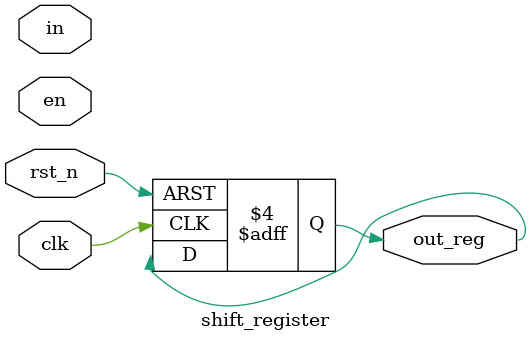
<source format=v>

`include "config.vh"

`ifdef  USE_STRUCTURAL_IMPLEMENTATION

module shift_register
# (
    parameter w = 1
) 
(
    input            clk,
    input            rst_n,
    input            en,
    input            in,
    output [w - 1:0] out_reg
);

    wire [w - 1:0] q;
    wire [w - 1:0] d = { in, q [w - 1 : 1] };

    register # (w) i_reg (clk, rst_n, en, d, q);
    
    assign out_reg = q;

endmodule

`else

module shift_register
# (
    parameter w = 1
) 
(
    input                clk,
    input                rst_n,
    input                en,
    input                in,
    output reg [w - 1:0] out_reg
);

    always @ (posedge clk or negedge rst_n)
        if (! rst_n)
            out_reg <= { w { 1'b0 } };
        else if (en)
            out_reg <= { in, out_reg [w - 1 : 1] };

endmodule

`endif

</source>
